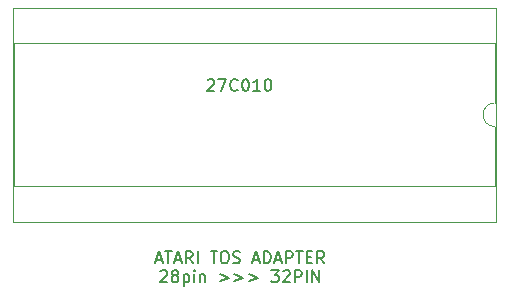
<source format=gbr>
%TF.GenerationSoftware,KiCad,Pcbnew,(5.99.0-11667-g1edb96cc5b)*%
%TF.CreationDate,2021-10-01T11:57:37+02:00*%
%TF.ProjectId,tosadapter,746f7361-6461-4707-9465-722e6b696361,rev?*%
%TF.SameCoordinates,Original*%
%TF.FileFunction,Legend,Top*%
%TF.FilePolarity,Positive*%
%FSLAX46Y46*%
G04 Gerber Fmt 4.6, Leading zero omitted, Abs format (unit mm)*
G04 Created by KiCad (PCBNEW (5.99.0-11667-g1edb96cc5b)) date 2021-10-01 11:57:37*
%MOMM*%
%LPD*%
G01*
G04 APERTURE LIST*
%ADD10C,0.150000*%
%ADD11C,0.120000*%
G04 APERTURE END LIST*
D10*
X132129523Y-79467619D02*
X132177142Y-79420000D01*
X132272380Y-79372380D01*
X132510476Y-79372380D01*
X132605714Y-79420000D01*
X132653333Y-79467619D01*
X132700952Y-79562857D01*
X132700952Y-79658095D01*
X132653333Y-79800952D01*
X132081904Y-80372380D01*
X132700952Y-80372380D01*
X133034285Y-79372380D02*
X133700952Y-79372380D01*
X133272380Y-80372380D01*
X134653333Y-80277142D02*
X134605714Y-80324761D01*
X134462857Y-80372380D01*
X134367619Y-80372380D01*
X134224761Y-80324761D01*
X134129523Y-80229523D01*
X134081904Y-80134285D01*
X134034285Y-79943809D01*
X134034285Y-79800952D01*
X134081904Y-79610476D01*
X134129523Y-79515238D01*
X134224761Y-79420000D01*
X134367619Y-79372380D01*
X134462857Y-79372380D01*
X134605714Y-79420000D01*
X134653333Y-79467619D01*
X135272380Y-79372380D02*
X135367619Y-79372380D01*
X135462857Y-79420000D01*
X135510476Y-79467619D01*
X135558095Y-79562857D01*
X135605714Y-79753333D01*
X135605714Y-79991428D01*
X135558095Y-80181904D01*
X135510476Y-80277142D01*
X135462857Y-80324761D01*
X135367619Y-80372380D01*
X135272380Y-80372380D01*
X135177142Y-80324761D01*
X135129523Y-80277142D01*
X135081904Y-80181904D01*
X135034285Y-79991428D01*
X135034285Y-79753333D01*
X135081904Y-79562857D01*
X135129523Y-79467619D01*
X135177142Y-79420000D01*
X135272380Y-79372380D01*
X136558095Y-80372380D02*
X135986666Y-80372380D01*
X136272380Y-80372380D02*
X136272380Y-79372380D01*
X136177142Y-79515238D01*
X136081904Y-79610476D01*
X135986666Y-79658095D01*
X137177142Y-79372380D02*
X137272380Y-79372380D01*
X137367619Y-79420000D01*
X137415238Y-79467619D01*
X137462857Y-79562857D01*
X137510476Y-79753333D01*
X137510476Y-79991428D01*
X137462857Y-80181904D01*
X137415238Y-80277142D01*
X137367619Y-80324761D01*
X137272380Y-80372380D01*
X137177142Y-80372380D01*
X137081904Y-80324761D01*
X137034285Y-80277142D01*
X136986666Y-80181904D01*
X136939047Y-79991428D01*
X136939047Y-79753333D01*
X136986666Y-79562857D01*
X137034285Y-79467619D01*
X137081904Y-79420000D01*
X137177142Y-79372380D01*
X127750952Y-94671666D02*
X128227142Y-94671666D01*
X127655714Y-94957380D02*
X127989047Y-93957380D01*
X128322380Y-94957380D01*
X128512857Y-93957380D02*
X129084285Y-93957380D01*
X128798571Y-94957380D02*
X128798571Y-93957380D01*
X129370000Y-94671666D02*
X129846190Y-94671666D01*
X129274761Y-94957380D02*
X129608095Y-93957380D01*
X129941428Y-94957380D01*
X130846190Y-94957380D02*
X130512857Y-94481190D01*
X130274761Y-94957380D02*
X130274761Y-93957380D01*
X130655714Y-93957380D01*
X130750952Y-94005000D01*
X130798571Y-94052619D01*
X130846190Y-94147857D01*
X130846190Y-94290714D01*
X130798571Y-94385952D01*
X130750952Y-94433571D01*
X130655714Y-94481190D01*
X130274761Y-94481190D01*
X131274761Y-94957380D02*
X131274761Y-93957380D01*
X132370000Y-93957380D02*
X132941428Y-93957380D01*
X132655714Y-94957380D02*
X132655714Y-93957380D01*
X133465238Y-93957380D02*
X133655714Y-93957380D01*
X133750952Y-94005000D01*
X133846190Y-94100238D01*
X133893809Y-94290714D01*
X133893809Y-94624047D01*
X133846190Y-94814523D01*
X133750952Y-94909761D01*
X133655714Y-94957380D01*
X133465238Y-94957380D01*
X133370000Y-94909761D01*
X133274761Y-94814523D01*
X133227142Y-94624047D01*
X133227142Y-94290714D01*
X133274761Y-94100238D01*
X133370000Y-94005000D01*
X133465238Y-93957380D01*
X134274761Y-94909761D02*
X134417619Y-94957380D01*
X134655714Y-94957380D01*
X134750952Y-94909761D01*
X134798571Y-94862142D01*
X134846190Y-94766904D01*
X134846190Y-94671666D01*
X134798571Y-94576428D01*
X134750952Y-94528809D01*
X134655714Y-94481190D01*
X134465238Y-94433571D01*
X134370000Y-94385952D01*
X134322380Y-94338333D01*
X134274761Y-94243095D01*
X134274761Y-94147857D01*
X134322380Y-94052619D01*
X134370000Y-94005000D01*
X134465238Y-93957380D01*
X134703333Y-93957380D01*
X134846190Y-94005000D01*
X135989047Y-94671666D02*
X136465238Y-94671666D01*
X135893809Y-94957380D02*
X136227142Y-93957380D01*
X136560476Y-94957380D01*
X136893809Y-94957380D02*
X136893809Y-93957380D01*
X137131904Y-93957380D01*
X137274761Y-94005000D01*
X137370000Y-94100238D01*
X137417619Y-94195476D01*
X137465238Y-94385952D01*
X137465238Y-94528809D01*
X137417619Y-94719285D01*
X137370000Y-94814523D01*
X137274761Y-94909761D01*
X137131904Y-94957380D01*
X136893809Y-94957380D01*
X137846190Y-94671666D02*
X138322380Y-94671666D01*
X137750952Y-94957380D02*
X138084285Y-93957380D01*
X138417619Y-94957380D01*
X138750952Y-94957380D02*
X138750952Y-93957380D01*
X139131904Y-93957380D01*
X139227142Y-94005000D01*
X139274761Y-94052619D01*
X139322380Y-94147857D01*
X139322380Y-94290714D01*
X139274761Y-94385952D01*
X139227142Y-94433571D01*
X139131904Y-94481190D01*
X138750952Y-94481190D01*
X139608095Y-93957380D02*
X140179523Y-93957380D01*
X139893809Y-94957380D02*
X139893809Y-93957380D01*
X140512857Y-94433571D02*
X140846190Y-94433571D01*
X140989047Y-94957380D02*
X140512857Y-94957380D01*
X140512857Y-93957380D01*
X140989047Y-93957380D01*
X141989047Y-94957380D02*
X141655714Y-94481190D01*
X141417619Y-94957380D02*
X141417619Y-93957380D01*
X141798571Y-93957380D01*
X141893809Y-94005000D01*
X141941428Y-94052619D01*
X141989047Y-94147857D01*
X141989047Y-94290714D01*
X141941428Y-94385952D01*
X141893809Y-94433571D01*
X141798571Y-94481190D01*
X141417619Y-94481190D01*
X128131904Y-95662619D02*
X128179523Y-95615000D01*
X128274761Y-95567380D01*
X128512857Y-95567380D01*
X128608095Y-95615000D01*
X128655714Y-95662619D01*
X128703333Y-95757857D01*
X128703333Y-95853095D01*
X128655714Y-95995952D01*
X128084285Y-96567380D01*
X128703333Y-96567380D01*
X129274761Y-95995952D02*
X129179523Y-95948333D01*
X129131904Y-95900714D01*
X129084285Y-95805476D01*
X129084285Y-95757857D01*
X129131904Y-95662619D01*
X129179523Y-95615000D01*
X129274761Y-95567380D01*
X129465238Y-95567380D01*
X129560476Y-95615000D01*
X129608095Y-95662619D01*
X129655714Y-95757857D01*
X129655714Y-95805476D01*
X129608095Y-95900714D01*
X129560476Y-95948333D01*
X129465238Y-95995952D01*
X129274761Y-95995952D01*
X129179523Y-96043571D01*
X129131904Y-96091190D01*
X129084285Y-96186428D01*
X129084285Y-96376904D01*
X129131904Y-96472142D01*
X129179523Y-96519761D01*
X129274761Y-96567380D01*
X129465238Y-96567380D01*
X129560476Y-96519761D01*
X129608095Y-96472142D01*
X129655714Y-96376904D01*
X129655714Y-96186428D01*
X129608095Y-96091190D01*
X129560476Y-96043571D01*
X129465238Y-95995952D01*
X130084285Y-95900714D02*
X130084285Y-96900714D01*
X130084285Y-95948333D02*
X130179523Y-95900714D01*
X130370000Y-95900714D01*
X130465238Y-95948333D01*
X130512857Y-95995952D01*
X130560476Y-96091190D01*
X130560476Y-96376904D01*
X130512857Y-96472142D01*
X130465238Y-96519761D01*
X130370000Y-96567380D01*
X130179523Y-96567380D01*
X130084285Y-96519761D01*
X130989047Y-96567380D02*
X130989047Y-95900714D01*
X130989047Y-95567380D02*
X130941428Y-95615000D01*
X130989047Y-95662619D01*
X131036666Y-95615000D01*
X130989047Y-95567380D01*
X130989047Y-95662619D01*
X131465238Y-95900714D02*
X131465238Y-96567380D01*
X131465238Y-95995952D02*
X131512857Y-95948333D01*
X131608095Y-95900714D01*
X131750952Y-95900714D01*
X131846190Y-95948333D01*
X131893809Y-96043571D01*
X131893809Y-96567380D01*
X133131904Y-95900714D02*
X133893809Y-96186428D01*
X133131904Y-96472142D01*
X134370000Y-95900714D02*
X135131904Y-96186428D01*
X134370000Y-96472142D01*
X135608095Y-95900714D02*
X136370000Y-96186428D01*
X135608095Y-96472142D01*
X137512857Y-95567380D02*
X138131904Y-95567380D01*
X137798571Y-95948333D01*
X137941428Y-95948333D01*
X138036666Y-95995952D01*
X138084285Y-96043571D01*
X138131904Y-96138809D01*
X138131904Y-96376904D01*
X138084285Y-96472142D01*
X138036666Y-96519761D01*
X137941428Y-96567380D01*
X137655714Y-96567380D01*
X137560476Y-96519761D01*
X137512857Y-96472142D01*
X138512857Y-95662619D02*
X138560476Y-95615000D01*
X138655714Y-95567380D01*
X138893809Y-95567380D01*
X138989047Y-95615000D01*
X139036666Y-95662619D01*
X139084285Y-95757857D01*
X139084285Y-95853095D01*
X139036666Y-95995952D01*
X138465238Y-96567380D01*
X139084285Y-96567380D01*
X139512857Y-96567380D02*
X139512857Y-95567380D01*
X139893809Y-95567380D01*
X139989047Y-95615000D01*
X140036666Y-95662619D01*
X140084285Y-95757857D01*
X140084285Y-95900714D01*
X140036666Y-95995952D01*
X139989047Y-96043571D01*
X139893809Y-96091190D01*
X139512857Y-96091190D01*
X140512857Y-96567380D02*
X140512857Y-95567380D01*
X140989047Y-96567380D02*
X140989047Y-95567380D01*
X141560476Y-96567380D01*
X141560476Y-95567380D01*
%TO.C, *%
D11*
X156510000Y-73330000D02*
X115630000Y-73330000D01*
X156510000Y-91450000D02*
X156510000Y-73330000D01*
X115630000Y-91450000D02*
X156510000Y-91450000D01*
X115690000Y-88450000D02*
X156450000Y-88450000D01*
X115690000Y-76330000D02*
X115690000Y-88450000D01*
X115630000Y-73330000D02*
X115630000Y-91450000D01*
X156450000Y-88450000D02*
X156450000Y-83390000D01*
X156450000Y-81390000D02*
X156450000Y-76330000D01*
X156450000Y-76330000D02*
X115690000Y-76330000D01*
X156450000Y-83390000D02*
G75*
G02*
X156450000Y-81390000I0J1000000D01*
G01*
%TD*%
M02*

</source>
